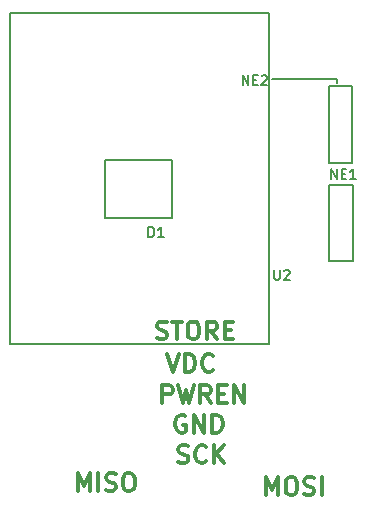
<source format=gto>
%TF.GenerationSoftware,KiCad,Pcbnew,4.0.7*%
%TF.CreationDate,2017-11-17T14:06:49+08:00*%
%TF.ProjectId,Nixie-Tube-with-shiftR,4E697869652D547562652D776974682D,rev?*%
%TF.FileFunction,Legend,Top*%
%FSLAX46Y46*%
G04 Gerber Fmt 4.6, Leading zero omitted, Abs format (unit mm)*
G04 Created by KiCad (PCBNEW 4.0.7) date 11/17/17 14:06:49*
%MOMM*%
%LPD*%
G01*
G04 APERTURE LIST*
%ADD10C,0.100000*%
%ADD11C,0.300000*%
%ADD12C,0.200000*%
%ADD13C,0.150000*%
%ADD14C,0.153000*%
G04 APERTURE END LIST*
D10*
D11*
X12932857Y-46498571D02*
X12932857Y-44998571D01*
X13432857Y-46070000D01*
X13932857Y-44998571D01*
X13932857Y-46498571D01*
X14647143Y-46498571D02*
X14647143Y-44998571D01*
X15290000Y-46427143D02*
X15504286Y-46498571D01*
X15861429Y-46498571D01*
X16004286Y-46427143D01*
X16075715Y-46355714D01*
X16147143Y-46212857D01*
X16147143Y-46070000D01*
X16075715Y-45927143D01*
X16004286Y-45855714D01*
X15861429Y-45784286D01*
X15575715Y-45712857D01*
X15432857Y-45641429D01*
X15361429Y-45570000D01*
X15290000Y-45427143D01*
X15290000Y-45284286D01*
X15361429Y-45141429D01*
X15432857Y-45070000D01*
X15575715Y-44998571D01*
X15932857Y-44998571D01*
X16147143Y-45070000D01*
X17075714Y-44998571D02*
X17361428Y-44998571D01*
X17504286Y-45070000D01*
X17647143Y-45212857D01*
X17718571Y-45498571D01*
X17718571Y-45998571D01*
X17647143Y-46284286D01*
X17504286Y-46427143D01*
X17361428Y-46498571D01*
X17075714Y-46498571D01*
X16932857Y-46427143D01*
X16790000Y-46284286D01*
X16718571Y-45998571D01*
X16718571Y-45498571D01*
X16790000Y-45212857D01*
X16932857Y-45070000D01*
X17075714Y-44998571D01*
X28862857Y-46838571D02*
X28862857Y-45338571D01*
X29362857Y-46410000D01*
X29862857Y-45338571D01*
X29862857Y-46838571D01*
X30862857Y-45338571D02*
X31148571Y-45338571D01*
X31291429Y-45410000D01*
X31434286Y-45552857D01*
X31505714Y-45838571D01*
X31505714Y-46338571D01*
X31434286Y-46624286D01*
X31291429Y-46767143D01*
X31148571Y-46838571D01*
X30862857Y-46838571D01*
X30720000Y-46767143D01*
X30577143Y-46624286D01*
X30505714Y-46338571D01*
X30505714Y-45838571D01*
X30577143Y-45552857D01*
X30720000Y-45410000D01*
X30862857Y-45338571D01*
X32077143Y-46767143D02*
X32291429Y-46838571D01*
X32648572Y-46838571D01*
X32791429Y-46767143D01*
X32862858Y-46695714D01*
X32934286Y-46552857D01*
X32934286Y-46410000D01*
X32862858Y-46267143D01*
X32791429Y-46195714D01*
X32648572Y-46124286D01*
X32362858Y-46052857D01*
X32220000Y-45981429D01*
X32148572Y-45910000D01*
X32077143Y-45767143D01*
X32077143Y-45624286D01*
X32148572Y-45481429D01*
X32220000Y-45410000D01*
X32362858Y-45338571D01*
X32720000Y-45338571D01*
X32934286Y-45410000D01*
X33577143Y-46838571D02*
X33577143Y-45338571D01*
X21431429Y-44057143D02*
X21645715Y-44128571D01*
X22002858Y-44128571D01*
X22145715Y-44057143D01*
X22217144Y-43985714D01*
X22288572Y-43842857D01*
X22288572Y-43700000D01*
X22217144Y-43557143D01*
X22145715Y-43485714D01*
X22002858Y-43414286D01*
X21717144Y-43342857D01*
X21574286Y-43271429D01*
X21502858Y-43200000D01*
X21431429Y-43057143D01*
X21431429Y-42914286D01*
X21502858Y-42771429D01*
X21574286Y-42700000D01*
X21717144Y-42628571D01*
X22074286Y-42628571D01*
X22288572Y-42700000D01*
X23788572Y-43985714D02*
X23717143Y-44057143D01*
X23502857Y-44128571D01*
X23360000Y-44128571D01*
X23145715Y-44057143D01*
X23002857Y-43914286D01*
X22931429Y-43771429D01*
X22860000Y-43485714D01*
X22860000Y-43271429D01*
X22931429Y-42985714D01*
X23002857Y-42842857D01*
X23145715Y-42700000D01*
X23360000Y-42628571D01*
X23502857Y-42628571D01*
X23717143Y-42700000D01*
X23788572Y-42771429D01*
X24431429Y-44128571D02*
X24431429Y-42628571D01*
X25288572Y-44128571D02*
X24645715Y-43271429D01*
X25288572Y-42628571D02*
X24431429Y-43485714D01*
X22027143Y-40120000D02*
X21884286Y-40048571D01*
X21670000Y-40048571D01*
X21455715Y-40120000D01*
X21312857Y-40262857D01*
X21241429Y-40405714D01*
X21170000Y-40691429D01*
X21170000Y-40905714D01*
X21241429Y-41191429D01*
X21312857Y-41334286D01*
X21455715Y-41477143D01*
X21670000Y-41548571D01*
X21812857Y-41548571D01*
X22027143Y-41477143D01*
X22098572Y-41405714D01*
X22098572Y-40905714D01*
X21812857Y-40905714D01*
X22741429Y-41548571D02*
X22741429Y-40048571D01*
X23598572Y-41548571D01*
X23598572Y-40048571D01*
X24312858Y-41548571D02*
X24312858Y-40048571D01*
X24670001Y-40048571D01*
X24884286Y-40120000D01*
X25027144Y-40262857D01*
X25098572Y-40405714D01*
X25170001Y-40691429D01*
X25170001Y-40905714D01*
X25098572Y-41191429D01*
X25027144Y-41334286D01*
X24884286Y-41477143D01*
X24670001Y-41548571D01*
X24312858Y-41548571D01*
X20085714Y-39028571D02*
X20085714Y-37528571D01*
X20657142Y-37528571D01*
X20800000Y-37600000D01*
X20871428Y-37671429D01*
X20942857Y-37814286D01*
X20942857Y-38028571D01*
X20871428Y-38171429D01*
X20800000Y-38242857D01*
X20657142Y-38314286D01*
X20085714Y-38314286D01*
X21442857Y-37528571D02*
X21800000Y-39028571D01*
X22085714Y-37957143D01*
X22371428Y-39028571D01*
X22728571Y-37528571D01*
X24157143Y-39028571D02*
X23657143Y-38314286D01*
X23300000Y-39028571D02*
X23300000Y-37528571D01*
X23871428Y-37528571D01*
X24014286Y-37600000D01*
X24085714Y-37671429D01*
X24157143Y-37814286D01*
X24157143Y-38028571D01*
X24085714Y-38171429D01*
X24014286Y-38242857D01*
X23871428Y-38314286D01*
X23300000Y-38314286D01*
X24800000Y-38242857D02*
X25300000Y-38242857D01*
X25514286Y-39028571D02*
X24800000Y-39028571D01*
X24800000Y-37528571D01*
X25514286Y-37528571D01*
X26157143Y-39028571D02*
X26157143Y-37528571D01*
X27014286Y-39028571D01*
X27014286Y-37528571D01*
X20510000Y-34908571D02*
X21010000Y-36408571D01*
X21510000Y-34908571D01*
X22010000Y-36408571D02*
X22010000Y-34908571D01*
X22367143Y-34908571D01*
X22581428Y-34980000D01*
X22724286Y-35122857D01*
X22795714Y-35265714D01*
X22867143Y-35551429D01*
X22867143Y-35765714D01*
X22795714Y-36051429D01*
X22724286Y-36194286D01*
X22581428Y-36337143D01*
X22367143Y-36408571D01*
X22010000Y-36408571D01*
X24367143Y-36265714D02*
X24295714Y-36337143D01*
X24081428Y-36408571D01*
X23938571Y-36408571D01*
X23724286Y-36337143D01*
X23581428Y-36194286D01*
X23510000Y-36051429D01*
X23438571Y-35765714D01*
X23438571Y-35551429D01*
X23510000Y-35265714D01*
X23581428Y-35122857D01*
X23724286Y-34980000D01*
X23938571Y-34908571D01*
X24081428Y-34908571D01*
X24295714Y-34980000D01*
X24367143Y-35051429D01*
X19635714Y-33577143D02*
X19850000Y-33648571D01*
X20207143Y-33648571D01*
X20350000Y-33577143D01*
X20421429Y-33505714D01*
X20492857Y-33362857D01*
X20492857Y-33220000D01*
X20421429Y-33077143D01*
X20350000Y-33005714D01*
X20207143Y-32934286D01*
X19921429Y-32862857D01*
X19778571Y-32791429D01*
X19707143Y-32720000D01*
X19635714Y-32577143D01*
X19635714Y-32434286D01*
X19707143Y-32291429D01*
X19778571Y-32220000D01*
X19921429Y-32148571D01*
X20278571Y-32148571D01*
X20492857Y-32220000D01*
X20921428Y-32148571D02*
X21778571Y-32148571D01*
X21350000Y-33648571D02*
X21350000Y-32148571D01*
X22564285Y-32148571D02*
X22849999Y-32148571D01*
X22992857Y-32220000D01*
X23135714Y-32362857D01*
X23207142Y-32648571D01*
X23207142Y-33148571D01*
X23135714Y-33434286D01*
X22992857Y-33577143D01*
X22849999Y-33648571D01*
X22564285Y-33648571D01*
X22421428Y-33577143D01*
X22278571Y-33434286D01*
X22207142Y-33148571D01*
X22207142Y-32648571D01*
X22278571Y-32362857D01*
X22421428Y-32220000D01*
X22564285Y-32148571D01*
X24707143Y-33648571D02*
X24207143Y-32934286D01*
X23850000Y-33648571D02*
X23850000Y-32148571D01*
X24421428Y-32148571D01*
X24564286Y-32220000D01*
X24635714Y-32291429D01*
X24707143Y-32434286D01*
X24707143Y-32648571D01*
X24635714Y-32791429D01*
X24564286Y-32862857D01*
X24421428Y-32934286D01*
X23850000Y-32934286D01*
X25350000Y-32862857D02*
X25850000Y-32862857D01*
X26064286Y-33648571D02*
X25350000Y-33648571D01*
X25350000Y-32148571D01*
X26064286Y-32148571D01*
D12*
X34880000Y-11640000D02*
X34880000Y-11920000D01*
X29360000Y-11640000D02*
X34880000Y-11640000D01*
D13*
X29143155Y-6035798D02*
X7143155Y-6035798D01*
X29143155Y-34035798D02*
X29143155Y-6035798D01*
X7143155Y-34035798D02*
X29143155Y-34035798D01*
X7143155Y-6035798D02*
X7143155Y-8227142D01*
X7143155Y-8227142D02*
X7143155Y-34035798D01*
X20900000Y-23350000D02*
X20800000Y-23350000D01*
X15250000Y-18500000D02*
X15250000Y-18600000D01*
X20900000Y-18500000D02*
X15250000Y-18500000D01*
X20900000Y-23350000D02*
X20900000Y-23350000D01*
X15250000Y-23350000D02*
X20806510Y-23350000D01*
X15250000Y-18600000D02*
X15250000Y-23350000D01*
X20900000Y-23350000D02*
X20900000Y-18500000D01*
X36150000Y-18700000D02*
X36150000Y-12200000D01*
X34150000Y-18700000D02*
X36150000Y-18700000D01*
X34150000Y-12200000D02*
X34150000Y-18700000D01*
X36150000Y-12200000D02*
X34150000Y-12200000D01*
X36200000Y-27050000D02*
X36200000Y-20550000D01*
X34200000Y-27050000D02*
X36200000Y-27050000D01*
X34200000Y-20550000D02*
X34200000Y-27050000D01*
X36200000Y-20550000D02*
X34200000Y-20550000D01*
D14*
X29532381Y-27764524D02*
X29532381Y-28452619D01*
X29572857Y-28533571D01*
X29613333Y-28574048D01*
X29694286Y-28614524D01*
X29856190Y-28614524D01*
X29937143Y-28574048D01*
X29977619Y-28533571D01*
X30018095Y-28452619D01*
X30018095Y-27764524D01*
X30382381Y-27845476D02*
X30422857Y-27805000D01*
X30503809Y-27764524D01*
X30706190Y-27764524D01*
X30787143Y-27805000D01*
X30827619Y-27845476D01*
X30868095Y-27926429D01*
X30868095Y-28007381D01*
X30827619Y-28128810D01*
X30341905Y-28614524D01*
X30868095Y-28614524D01*
X18892619Y-24984524D02*
X18892619Y-24134524D01*
X19095000Y-24134524D01*
X19216428Y-24175000D01*
X19297381Y-24255952D01*
X19337857Y-24336905D01*
X19378333Y-24498810D01*
X19378333Y-24620238D01*
X19337857Y-24782143D01*
X19297381Y-24863095D01*
X19216428Y-24944048D01*
X19095000Y-24984524D01*
X18892619Y-24984524D01*
X20187857Y-24984524D02*
X19702143Y-24984524D01*
X19945000Y-24984524D02*
X19945000Y-24134524D01*
X19864048Y-24255952D01*
X19783095Y-24336905D01*
X19702143Y-24377381D01*
X26867857Y-12134524D02*
X26867857Y-11284524D01*
X27353571Y-12134524D01*
X27353571Y-11284524D01*
X27758333Y-11689286D02*
X28041666Y-11689286D01*
X28163095Y-12134524D02*
X27758333Y-12134524D01*
X27758333Y-11284524D01*
X28163095Y-11284524D01*
X28486905Y-11365476D02*
X28527381Y-11325000D01*
X28608333Y-11284524D01*
X28810714Y-11284524D01*
X28891667Y-11325000D01*
X28932143Y-11365476D01*
X28972619Y-11446429D01*
X28972619Y-11527381D01*
X28932143Y-11648810D01*
X28446429Y-12134524D01*
X28972619Y-12134524D01*
X34357857Y-20064524D02*
X34357857Y-19214524D01*
X34843571Y-20064524D01*
X34843571Y-19214524D01*
X35248333Y-19619286D02*
X35531666Y-19619286D01*
X35653095Y-20064524D02*
X35248333Y-20064524D01*
X35248333Y-19214524D01*
X35653095Y-19214524D01*
X36462619Y-20064524D02*
X35976905Y-20064524D01*
X36219762Y-20064524D02*
X36219762Y-19214524D01*
X36138810Y-19335952D01*
X36057857Y-19416905D01*
X35976905Y-19457381D01*
M02*

</source>
